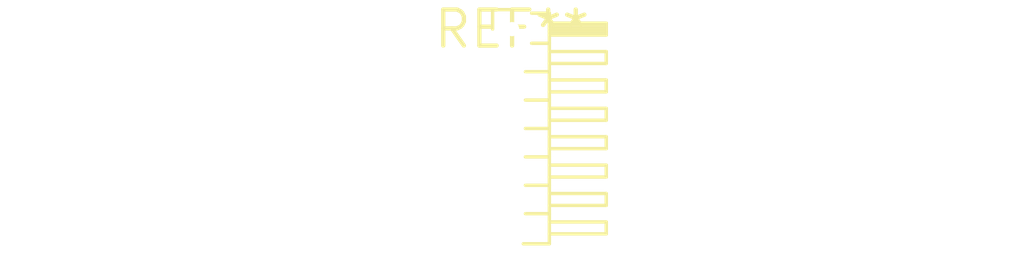
<source format=kicad_pcb>
(kicad_pcb (version 20240108) (generator pcbnew)
  (layers (0 "F.Cu" signal) (31 "B.Cu" signal) (34 "B.Paste" user) (35 "F.Paste" user) (36 "B.SilkS" user "B.Silkscreen") (37 "F.SilkS" user "F.Silkscreen") (38 "B.Mask" user) (39 "F.Mask" user) (44 "Edge.Cuts" user))
  (net 0 "")
  (footprint "PinHeader_1x08_P1.00mm_Horizontal" (layer "F.Cu") (at 0 0)
    (property "Reference" "REF**")
    (property "Value" "PinHeader_1x08_P1.00mm_Horizontal")
    (fp_line (start -0.685 -0.685) (end 0 -0.685) (layer "F.SilkS") (stroke (width 0.12)))
    (fp_line (start -0.685 0) (end -0.685 -0.685) (layer "F.SilkS") (stroke (width 0.12)))
    (fp_line (start 0.468215 1.5) (end 1.31 1.5) (layer "F.SilkS") (stroke (width 0.12)))
    (fp_line (start 0.468215 2.5) (end 1.31 2.5) (layer "F.SilkS") (stroke (width 0.12)))
    (fp_line (start 0.468215 3.5) (end 1.31 3.5) (layer "F.SilkS") (stroke (width 0.12)))
    (fp_line (start 0.468215 4.5) (end 1.31 4.5) (layer "F.SilkS") (stroke (width 0.12)))
    (fp_line (start 0.468215 5.5) (end 1.31 5.5) (layer "F.SilkS") (stroke (width 0.12)))
    (fp_line (start 0.468215 6.5) (end 1.31 6.5) (layer "F.SilkS") (stroke (width 0.12)))
    (fp_line (start 0.685 -0.56) (end 1.31 -0.56) (layer "F.SilkS") (stroke (width 0.12)))
    (fp_line (start 0.685 0.5) (end 1.31 0.5) (layer "F.SilkS") (stroke (width 0.12)))
    (fp_line (start 1.31 -0.56) (end 1.31 7.56) (layer "F.SilkS") (stroke (width 0.12)))
    (fp_line (start 1.31 -0.21) (end 3.31 -0.21) (layer "F.SilkS") (stroke (width 0.12)))
    (fp_line (start 1.31 -0.15) (end 3.31 -0.15) (layer "F.SilkS") (stroke (width 0.12)))
    (fp_line (start 1.31 -0.03) (end 3.31 -0.03) (layer "F.SilkS") (stroke (width 0.12)))
    (fp_line (start 1.31 0.09) (end 3.31 0.09) (layer "F.SilkS") (stroke (width 0.12)))
    (fp_line (start 1.31 0.79) (end 3.31 0.79) (layer "F.SilkS") (stroke (width 0.12)))
    (fp_line (start 1.31 1.79) (end 3.31 1.79) (layer "F.SilkS") (stroke (width 0.12)))
    (fp_line (start 1.31 2.79) (end 3.31 2.79) (layer "F.SilkS") (stroke (width 0.12)))
    (fp_line (start 1.31 3.79) (end 3.31 3.79) (layer "F.SilkS") (stroke (width 0.12)))
    (fp_line (start 1.31 4.79) (end 3.31 4.79) (layer "F.SilkS") (stroke (width 0.12)))
    (fp_line (start 1.31 5.79) (end 3.31 5.79) (layer "F.SilkS") (stroke (width 0.12)))
    (fp_line (start 1.31 6.79) (end 3.31 6.79) (layer "F.SilkS") (stroke (width 0.12)))
    (fp_line (start 1.31 7.56) (end 0.394493 7.56) (layer "F.SilkS") (stroke (width 0.12)))
    (fp_line (start 3.31 -0.21) (end 3.31 0.21) (layer "F.SilkS") (stroke (width 0.12)))
    (fp_line (start 3.31 0.21) (end 1.31 0.21) (layer "F.SilkS") (stroke (width 0.12)))
    (fp_line (start 3.31 0.79) (end 3.31 1.21) (layer "F.SilkS") (stroke (width 0.12)))
    (fp_line (start 3.31 1.21) (end 1.31 1.21) (layer "F.SilkS") (stroke (width 0.12)))
    (fp_line (start 3.31 1.79) (end 3.31 2.21) (layer "F.SilkS") (stroke (width 0.12)))
    (fp_line (start 3.31 2.21) (end 1.31 2.21) (layer "F.SilkS") (stroke (width 0.12)))
    (fp_line (start 3.31 2.79) (end 3.31 3.21) (layer "F.SilkS") (stroke (width 0.12)))
    (fp_line (start 3.31 3.21) (end 1.31 3.21) (layer "F.SilkS") (stroke (width 0.12)))
    (fp_line (start 3.31 3.79) (end 3.31 4.21) (layer "F.SilkS") (stroke (width 0.12)))
    (fp_line (start 3.31 4.21) (end 1.31 4.21) (layer "F.SilkS") (stroke (width 0.12)))
    (fp_line (start 3.31 4.79) (end 3.31 5.21) (layer "F.SilkS") (stroke (width 0.12)))
    (fp_line (start 3.31 5.21) (end 1.31 5.21) (layer "F.SilkS") (stroke (width 0.12)))
    (fp_line (start 3.31 5.79) (end 3.31 6.21) (layer "F.SilkS") (stroke (width 0.12)))
    (fp_line (start 3.31 6.21) (end 1.31 6.21) (layer "F.SilkS") (stroke (width 0.12)))
    (fp_line (start 3.31 6.79) (end 3.31 7.21) (layer "F.SilkS") (stroke (width 0.12)))
    (fp_line (start 3.31 7.21) (end 1.31 7.21) (layer "F.SilkS") (stroke (width 0.12)))
    (pad "1" thru_hole rect (at 0 0) (size 0.85 0.85) (drill 0.5) (layers *.Cu *.Mask) (remove_unused_layers))
    (pad "2" thru_hole oval (at 0 1) (size 0.85 0.85) (drill 0.5) (layers *.Cu *.Mask) (remove_unused_layers))
    (pad "3" thru_hole oval (at 0 2) (size 0.85 0.85) (drill 0.5) (layers *.Cu *.Mask) (remove_unused_layers))
    (pad "4" thru_hole oval (at 0 3) (size 0.85 0.85) (drill 0.5) (layers *.Cu *.Mask) (remove_unused_layers))
    (pad "5" thru_hole oval (at 0 4) (size 0.85 0.85) (drill 0.5) (layers *.Cu *.Mask) (remove_unused_layers))
    (pad "6" thru_hole oval (at 0 5) (size 0.85 0.85) (drill 0.5) (layers *.Cu *.Mask) (remove_unused_layers))
    (pad "7" thru_hole oval (at 0 6) (size 0.85 0.85) (drill 0.5) (layers *.Cu *.Mask) (remove_unused_layers))
    (pad "8" thru_hole oval (at 0 7) (size 0.85 0.85) (drill 0.5) (layers *.Cu *.Mask) (remove_unused_layers))
  )
)
</source>
